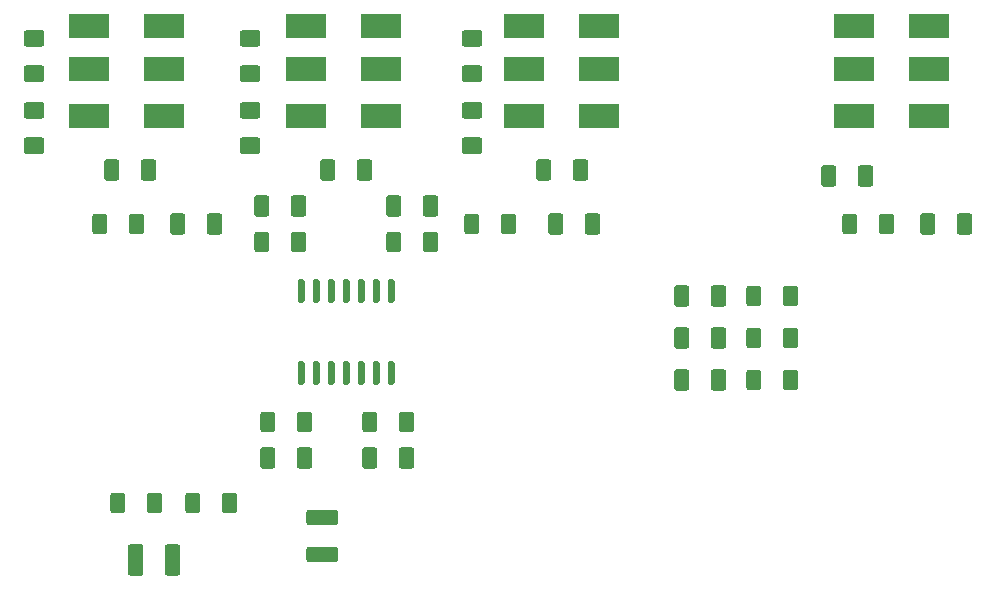
<source format=gbr>
%TF.GenerationSoftware,KiCad,Pcbnew,5.1.7-a382d34a8~87~ubuntu20.04.1*%
%TF.CreationDate,2020-10-16T18:55:23+02:00*%
%TF.ProjectId,3Channel-PiezoAmp,33436861-6e6e-4656-9c2d-5069657a6f41,rev?*%
%TF.SameCoordinates,Original*%
%TF.FileFunction,Paste,Bot*%
%TF.FilePolarity,Positive*%
%FSLAX46Y46*%
G04 Gerber Fmt 4.6, Leading zero omitted, Abs format (unit mm)*
G04 Created by KiCad (PCBNEW 5.1.7-a382d34a8~87~ubuntu20.04.1) date 2020-10-16 18:55:23*
%MOMM*%
%LPD*%
G01*
G04 APERTURE LIST*
%ADD10R,3.500000X2.000000*%
G04 APERTURE END LIST*
%TO.C,C1*%
G36*
G01*
X53456000Y-99991999D02*
X53456000Y-102192001D01*
G75*
G02*
X53206001Y-102442000I-249999J0D01*
G01*
X52380999Y-102442000D01*
G75*
G02*
X52131000Y-102192001I0J249999D01*
G01*
X52131000Y-99991999D01*
G75*
G02*
X52380999Y-99742000I249999J0D01*
G01*
X53206001Y-99742000D01*
G75*
G02*
X53456000Y-99991999I0J-249999D01*
G01*
G37*
G36*
G01*
X56581000Y-99991999D02*
X56581000Y-102192001D01*
G75*
G02*
X56331001Y-102442000I-249999J0D01*
G01*
X55505999Y-102442000D01*
G75*
G02*
X55256000Y-102192001I0J249999D01*
G01*
X55256000Y-99991999D01*
G75*
G02*
X55505999Y-99742000I249999J0D01*
G01*
X56331001Y-99742000D01*
G75*
G02*
X56581000Y-99991999I0J-249999D01*
G01*
G37*
%TD*%
%TO.C,C14*%
G36*
G01*
X67479999Y-99960000D02*
X69680001Y-99960000D01*
G75*
G02*
X69930000Y-100209999I0J-249999D01*
G01*
X69930000Y-101035001D01*
G75*
G02*
X69680001Y-101285000I-249999J0D01*
G01*
X67479999Y-101285000D01*
G75*
G02*
X67230000Y-101035001I0J249999D01*
G01*
X67230000Y-100209999D01*
G75*
G02*
X67479999Y-99960000I249999J0D01*
G01*
G37*
G36*
G01*
X67479999Y-96835000D02*
X69680001Y-96835000D01*
G75*
G02*
X69930000Y-97084999I0J-249999D01*
G01*
X69930000Y-97910001D01*
G75*
G02*
X69680001Y-98160000I-249999J0D01*
G01*
X67479999Y-98160000D01*
G75*
G02*
X67230000Y-97910001I0J249999D01*
G01*
X67230000Y-97084999D01*
G75*
G02*
X67479999Y-96835000I249999J0D01*
G01*
G37*
%TD*%
%TO.C,D1*%
G36*
G01*
X44821000Y-63741000D02*
X43571000Y-63741000D01*
G75*
G02*
X43321000Y-63491000I0J250000D01*
G01*
X43321000Y-62566000D01*
G75*
G02*
X43571000Y-62316000I250000J0D01*
G01*
X44821000Y-62316000D01*
G75*
G02*
X45071000Y-62566000I0J-250000D01*
G01*
X45071000Y-63491000D01*
G75*
G02*
X44821000Y-63741000I-250000J0D01*
G01*
G37*
G36*
G01*
X44821000Y-66716000D02*
X43571000Y-66716000D01*
G75*
G02*
X43321000Y-66466000I0J250000D01*
G01*
X43321000Y-65541000D01*
G75*
G02*
X43571000Y-65291000I250000J0D01*
G01*
X44821000Y-65291000D01*
G75*
G02*
X45071000Y-65541000I0J-250000D01*
G01*
X45071000Y-66466000D01*
G75*
G02*
X44821000Y-66716000I-250000J0D01*
G01*
G37*
%TD*%
%TO.C,D2*%
G36*
G01*
X44821000Y-60620000D02*
X43571000Y-60620000D01*
G75*
G02*
X43321000Y-60370000I0J250000D01*
G01*
X43321000Y-59445000D01*
G75*
G02*
X43571000Y-59195000I250000J0D01*
G01*
X44821000Y-59195000D01*
G75*
G02*
X45071000Y-59445000I0J-250000D01*
G01*
X45071000Y-60370000D01*
G75*
G02*
X44821000Y-60620000I-250000J0D01*
G01*
G37*
G36*
G01*
X44821000Y-57645000D02*
X43571000Y-57645000D01*
G75*
G02*
X43321000Y-57395000I0J250000D01*
G01*
X43321000Y-56470000D01*
G75*
G02*
X43571000Y-56220000I250000J0D01*
G01*
X44821000Y-56220000D01*
G75*
G02*
X45071000Y-56470000I0J-250000D01*
G01*
X45071000Y-57395000D01*
G75*
G02*
X44821000Y-57645000I-250000J0D01*
G01*
G37*
%TD*%
%TO.C,D3*%
G36*
G01*
X63109000Y-63741000D02*
X61859000Y-63741000D01*
G75*
G02*
X61609000Y-63491000I0J250000D01*
G01*
X61609000Y-62566000D01*
G75*
G02*
X61859000Y-62316000I250000J0D01*
G01*
X63109000Y-62316000D01*
G75*
G02*
X63359000Y-62566000I0J-250000D01*
G01*
X63359000Y-63491000D01*
G75*
G02*
X63109000Y-63741000I-250000J0D01*
G01*
G37*
G36*
G01*
X63109000Y-66716000D02*
X61859000Y-66716000D01*
G75*
G02*
X61609000Y-66466000I0J250000D01*
G01*
X61609000Y-65541000D01*
G75*
G02*
X61859000Y-65291000I250000J0D01*
G01*
X63109000Y-65291000D01*
G75*
G02*
X63359000Y-65541000I0J-250000D01*
G01*
X63359000Y-66466000D01*
G75*
G02*
X63109000Y-66716000I-250000J0D01*
G01*
G37*
%TD*%
%TO.C,D4*%
G36*
G01*
X63109000Y-60620000D02*
X61859000Y-60620000D01*
G75*
G02*
X61609000Y-60370000I0J250000D01*
G01*
X61609000Y-59445000D01*
G75*
G02*
X61859000Y-59195000I250000J0D01*
G01*
X63109000Y-59195000D01*
G75*
G02*
X63359000Y-59445000I0J-250000D01*
G01*
X63359000Y-60370000D01*
G75*
G02*
X63109000Y-60620000I-250000J0D01*
G01*
G37*
G36*
G01*
X63109000Y-57645000D02*
X61859000Y-57645000D01*
G75*
G02*
X61609000Y-57395000I0J250000D01*
G01*
X61609000Y-56470000D01*
G75*
G02*
X61859000Y-56220000I250000J0D01*
G01*
X63109000Y-56220000D01*
G75*
G02*
X63359000Y-56470000I0J-250000D01*
G01*
X63359000Y-57395000D01*
G75*
G02*
X63109000Y-57645000I-250000J0D01*
G01*
G37*
%TD*%
%TO.C,D5*%
G36*
G01*
X81905000Y-66716000D02*
X80655000Y-66716000D01*
G75*
G02*
X80405000Y-66466000I0J250000D01*
G01*
X80405000Y-65541000D01*
G75*
G02*
X80655000Y-65291000I250000J0D01*
G01*
X81905000Y-65291000D01*
G75*
G02*
X82155000Y-65541000I0J-250000D01*
G01*
X82155000Y-66466000D01*
G75*
G02*
X81905000Y-66716000I-250000J0D01*
G01*
G37*
G36*
G01*
X81905000Y-63741000D02*
X80655000Y-63741000D01*
G75*
G02*
X80405000Y-63491000I0J250000D01*
G01*
X80405000Y-62566000D01*
G75*
G02*
X80655000Y-62316000I250000J0D01*
G01*
X81905000Y-62316000D01*
G75*
G02*
X82155000Y-62566000I0J-250000D01*
G01*
X82155000Y-63491000D01*
G75*
G02*
X81905000Y-63741000I-250000J0D01*
G01*
G37*
%TD*%
%TO.C,D6*%
G36*
G01*
X81905000Y-57645000D02*
X80655000Y-57645000D01*
G75*
G02*
X80405000Y-57395000I0J250000D01*
G01*
X80405000Y-56470000D01*
G75*
G02*
X80655000Y-56220000I250000J0D01*
G01*
X81905000Y-56220000D01*
G75*
G02*
X82155000Y-56470000I0J-250000D01*
G01*
X82155000Y-57395000D01*
G75*
G02*
X81905000Y-57645000I-250000J0D01*
G01*
G37*
G36*
G01*
X81905000Y-60620000D02*
X80655000Y-60620000D01*
G75*
G02*
X80405000Y-60370000I0J250000D01*
G01*
X80405000Y-59445000D01*
G75*
G02*
X80655000Y-59195000I250000J0D01*
G01*
X81905000Y-59195000D01*
G75*
G02*
X82155000Y-59445000I0J-250000D01*
G01*
X82155000Y-60370000D01*
G75*
G02*
X81905000Y-60620000I-250000J0D01*
G01*
G37*
%TD*%
%TO.C,R1*%
G36*
G01*
X58282000Y-95641000D02*
X58282000Y-96891000D01*
G75*
G02*
X58032000Y-97141000I-250000J0D01*
G01*
X57232000Y-97141000D01*
G75*
G02*
X56982000Y-96891000I0J250000D01*
G01*
X56982000Y-95641000D01*
G75*
G02*
X57232000Y-95391000I250000J0D01*
G01*
X58032000Y-95391000D01*
G75*
G02*
X58282000Y-95641000I0J-250000D01*
G01*
G37*
G36*
G01*
X61382000Y-95641000D02*
X61382000Y-96891000D01*
G75*
G02*
X61132000Y-97141000I-250000J0D01*
G01*
X60332000Y-97141000D01*
G75*
G02*
X60082000Y-96891000I0J250000D01*
G01*
X60082000Y-95641000D01*
G75*
G02*
X60332000Y-95391000I250000J0D01*
G01*
X61132000Y-95391000D01*
G75*
G02*
X61382000Y-95641000I0J-250000D01*
G01*
G37*
%TD*%
%TO.C,R2*%
G36*
G01*
X55032000Y-95641000D02*
X55032000Y-96891000D01*
G75*
G02*
X54782000Y-97141000I-250000J0D01*
G01*
X53982000Y-97141000D01*
G75*
G02*
X53732000Y-96891000I0J250000D01*
G01*
X53732000Y-95641000D01*
G75*
G02*
X53982000Y-95391000I250000J0D01*
G01*
X54782000Y-95391000D01*
G75*
G02*
X55032000Y-95641000I0J-250000D01*
G01*
G37*
G36*
G01*
X51932000Y-95641000D02*
X51932000Y-96891000D01*
G75*
G02*
X51682000Y-97141000I-250000J0D01*
G01*
X50882000Y-97141000D01*
G75*
G02*
X50632000Y-96891000I0J250000D01*
G01*
X50632000Y-95641000D01*
G75*
G02*
X50882000Y-95391000I250000J0D01*
G01*
X51682000Y-95391000D01*
G75*
G02*
X51932000Y-95641000I0J-250000D01*
G01*
G37*
%TD*%
%TO.C,R3*%
G36*
G01*
X66432000Y-90033000D02*
X66432000Y-88783000D01*
G75*
G02*
X66682000Y-88533000I250000J0D01*
G01*
X67482000Y-88533000D01*
G75*
G02*
X67732000Y-88783000I0J-250000D01*
G01*
X67732000Y-90033000D01*
G75*
G02*
X67482000Y-90283000I-250000J0D01*
G01*
X66682000Y-90283000D01*
G75*
G02*
X66432000Y-90033000I0J250000D01*
G01*
G37*
G36*
G01*
X63332000Y-90033000D02*
X63332000Y-88783000D01*
G75*
G02*
X63582000Y-88533000I250000J0D01*
G01*
X64382000Y-88533000D01*
G75*
G02*
X64632000Y-88783000I0J-250000D01*
G01*
X64632000Y-90033000D01*
G75*
G02*
X64382000Y-90283000I-250000J0D01*
G01*
X63582000Y-90283000D01*
G75*
G02*
X63332000Y-90033000I0J250000D01*
G01*
G37*
%TD*%
%TO.C,R4*%
G36*
G01*
X76368000Y-88783000D02*
X76368000Y-90033000D01*
G75*
G02*
X76118000Y-90283000I-250000J0D01*
G01*
X75318000Y-90283000D01*
G75*
G02*
X75068000Y-90033000I0J250000D01*
G01*
X75068000Y-88783000D01*
G75*
G02*
X75318000Y-88533000I250000J0D01*
G01*
X76118000Y-88533000D01*
G75*
G02*
X76368000Y-88783000I0J-250000D01*
G01*
G37*
G36*
G01*
X73268000Y-88783000D02*
X73268000Y-90033000D01*
G75*
G02*
X73018000Y-90283000I-250000J0D01*
G01*
X72218000Y-90283000D01*
G75*
G02*
X71968000Y-90033000I0J250000D01*
G01*
X71968000Y-88783000D01*
G75*
G02*
X72218000Y-88533000I250000J0D01*
G01*
X73018000Y-88533000D01*
G75*
G02*
X73268000Y-88783000I0J-250000D01*
G01*
G37*
%TD*%
%TO.C,R5*%
G36*
G01*
X65924000Y-74793000D02*
X65924000Y-73543000D01*
G75*
G02*
X66174000Y-73293000I250000J0D01*
G01*
X66974000Y-73293000D01*
G75*
G02*
X67224000Y-73543000I0J-250000D01*
G01*
X67224000Y-74793000D01*
G75*
G02*
X66974000Y-75043000I-250000J0D01*
G01*
X66174000Y-75043000D01*
G75*
G02*
X65924000Y-74793000I0J250000D01*
G01*
G37*
G36*
G01*
X62824000Y-74793000D02*
X62824000Y-73543000D01*
G75*
G02*
X63074000Y-73293000I250000J0D01*
G01*
X63874000Y-73293000D01*
G75*
G02*
X64124000Y-73543000I0J-250000D01*
G01*
X64124000Y-74793000D01*
G75*
G02*
X63874000Y-75043000I-250000J0D01*
G01*
X63074000Y-75043000D01*
G75*
G02*
X62824000Y-74793000I0J250000D01*
G01*
G37*
%TD*%
%TO.C,R6*%
G36*
G01*
X53508000Y-72019000D02*
X53508000Y-73269000D01*
G75*
G02*
X53258000Y-73519000I-250000J0D01*
G01*
X52458000Y-73519000D01*
G75*
G02*
X52208000Y-73269000I0J250000D01*
G01*
X52208000Y-72019000D01*
G75*
G02*
X52458000Y-71769000I250000J0D01*
G01*
X53258000Y-71769000D01*
G75*
G02*
X53508000Y-72019000I0J-250000D01*
G01*
G37*
G36*
G01*
X50408000Y-72019000D02*
X50408000Y-73269000D01*
G75*
G02*
X50158000Y-73519000I-250000J0D01*
G01*
X49358000Y-73519000D01*
G75*
G02*
X49108000Y-73269000I0J250000D01*
G01*
X49108000Y-72019000D01*
G75*
G02*
X49358000Y-71769000I250000J0D01*
G01*
X50158000Y-71769000D01*
G75*
G02*
X50408000Y-72019000I0J-250000D01*
G01*
G37*
%TD*%
%TO.C,R7*%
G36*
G01*
X81904000Y-72019000D02*
X81904000Y-73269000D01*
G75*
G02*
X81654000Y-73519000I-250000J0D01*
G01*
X80854000Y-73519000D01*
G75*
G02*
X80604000Y-73269000I0J250000D01*
G01*
X80604000Y-72019000D01*
G75*
G02*
X80854000Y-71769000I250000J0D01*
G01*
X81654000Y-71769000D01*
G75*
G02*
X81904000Y-72019000I0J-250000D01*
G01*
G37*
G36*
G01*
X85004000Y-72019000D02*
X85004000Y-73269000D01*
G75*
G02*
X84754000Y-73519000I-250000J0D01*
G01*
X83954000Y-73519000D01*
G75*
G02*
X83704000Y-73269000I0J250000D01*
G01*
X83704000Y-72019000D01*
G75*
G02*
X83954000Y-71769000I250000J0D01*
G01*
X84754000Y-71769000D01*
G75*
G02*
X85004000Y-72019000I0J-250000D01*
G01*
G37*
%TD*%
%TO.C,R8*%
G36*
G01*
X113908000Y-72019000D02*
X113908000Y-73269000D01*
G75*
G02*
X113658000Y-73519000I-250000J0D01*
G01*
X112858000Y-73519000D01*
G75*
G02*
X112608000Y-73269000I0J250000D01*
G01*
X112608000Y-72019000D01*
G75*
G02*
X112858000Y-71769000I250000J0D01*
G01*
X113658000Y-71769000D01*
G75*
G02*
X113908000Y-72019000I0J-250000D01*
G01*
G37*
G36*
G01*
X117008000Y-72019000D02*
X117008000Y-73269000D01*
G75*
G02*
X116758000Y-73519000I-250000J0D01*
G01*
X115958000Y-73519000D01*
G75*
G02*
X115708000Y-73269000I0J250000D01*
G01*
X115708000Y-72019000D01*
G75*
G02*
X115958000Y-71769000I250000J0D01*
G01*
X116758000Y-71769000D01*
G75*
G02*
X117008000Y-72019000I0J-250000D01*
G01*
G37*
%TD*%
%TO.C,R9*%
G36*
G01*
X105780000Y-78115000D02*
X105780000Y-79365000D01*
G75*
G02*
X105530000Y-79615000I-250000J0D01*
G01*
X104730000Y-79615000D01*
G75*
G02*
X104480000Y-79365000I0J250000D01*
G01*
X104480000Y-78115000D01*
G75*
G02*
X104730000Y-77865000I250000J0D01*
G01*
X105530000Y-77865000D01*
G75*
G02*
X105780000Y-78115000I0J-250000D01*
G01*
G37*
G36*
G01*
X108880000Y-78115000D02*
X108880000Y-79365000D01*
G75*
G02*
X108630000Y-79615000I-250000J0D01*
G01*
X107830000Y-79615000D01*
G75*
G02*
X107580000Y-79365000I0J250000D01*
G01*
X107580000Y-78115000D01*
G75*
G02*
X107830000Y-77865000I250000J0D01*
G01*
X108630000Y-77865000D01*
G75*
G02*
X108880000Y-78115000I0J-250000D01*
G01*
G37*
%TD*%
%TO.C,R10*%
G36*
G01*
X108880000Y-81671000D02*
X108880000Y-82921000D01*
G75*
G02*
X108630000Y-83171000I-250000J0D01*
G01*
X107830000Y-83171000D01*
G75*
G02*
X107580000Y-82921000I0J250000D01*
G01*
X107580000Y-81671000D01*
G75*
G02*
X107830000Y-81421000I250000J0D01*
G01*
X108630000Y-81421000D01*
G75*
G02*
X108880000Y-81671000I0J-250000D01*
G01*
G37*
G36*
G01*
X105780000Y-81671000D02*
X105780000Y-82921000D01*
G75*
G02*
X105530000Y-83171000I-250000J0D01*
G01*
X104730000Y-83171000D01*
G75*
G02*
X104480000Y-82921000I0J250000D01*
G01*
X104480000Y-81671000D01*
G75*
G02*
X104730000Y-81421000I250000J0D01*
G01*
X105530000Y-81421000D01*
G75*
G02*
X105780000Y-81671000I0J-250000D01*
G01*
G37*
%TD*%
%TO.C,R11*%
G36*
G01*
X108880000Y-85227000D02*
X108880000Y-86477000D01*
G75*
G02*
X108630000Y-86727000I-250000J0D01*
G01*
X107830000Y-86727000D01*
G75*
G02*
X107580000Y-86477000I0J250000D01*
G01*
X107580000Y-85227000D01*
G75*
G02*
X107830000Y-84977000I250000J0D01*
G01*
X108630000Y-84977000D01*
G75*
G02*
X108880000Y-85227000I0J-250000D01*
G01*
G37*
G36*
G01*
X105780000Y-85227000D02*
X105780000Y-86477000D01*
G75*
G02*
X105530000Y-86727000I-250000J0D01*
G01*
X104730000Y-86727000D01*
G75*
G02*
X104480000Y-86477000I0J250000D01*
G01*
X104480000Y-85227000D01*
G75*
G02*
X104730000Y-84977000I250000J0D01*
G01*
X105530000Y-84977000D01*
G75*
G02*
X105780000Y-85227000I0J-250000D01*
G01*
G37*
%TD*%
%TO.C,R12*%
G36*
G01*
X78400000Y-73543000D02*
X78400000Y-74793000D01*
G75*
G02*
X78150000Y-75043000I-250000J0D01*
G01*
X77350000Y-75043000D01*
G75*
G02*
X77100000Y-74793000I0J250000D01*
G01*
X77100000Y-73543000D01*
G75*
G02*
X77350000Y-73293000I250000J0D01*
G01*
X78150000Y-73293000D01*
G75*
G02*
X78400000Y-73543000I0J-250000D01*
G01*
G37*
G36*
G01*
X75300000Y-73543000D02*
X75300000Y-74793000D01*
G75*
G02*
X75050000Y-75043000I-250000J0D01*
G01*
X74250000Y-75043000D01*
G75*
G02*
X74000000Y-74793000I0J250000D01*
G01*
X74000000Y-73543000D01*
G75*
G02*
X74250000Y-73293000I250000J0D01*
G01*
X75050000Y-73293000D01*
G75*
G02*
X75300000Y-73543000I0J-250000D01*
G01*
G37*
%TD*%
%TO.C,U1*%
G36*
G01*
X66652000Y-77338000D02*
X66952000Y-77338000D01*
G75*
G02*
X67102000Y-77488000I0J-150000D01*
G01*
X67102000Y-79163000D01*
G75*
G02*
X66952000Y-79313000I-150000J0D01*
G01*
X66652000Y-79313000D01*
G75*
G02*
X66502000Y-79163000I0J150000D01*
G01*
X66502000Y-77488000D01*
G75*
G02*
X66652000Y-77338000I150000J0D01*
G01*
G37*
G36*
G01*
X67922000Y-77338000D02*
X68222000Y-77338000D01*
G75*
G02*
X68372000Y-77488000I0J-150000D01*
G01*
X68372000Y-79163000D01*
G75*
G02*
X68222000Y-79313000I-150000J0D01*
G01*
X67922000Y-79313000D01*
G75*
G02*
X67772000Y-79163000I0J150000D01*
G01*
X67772000Y-77488000D01*
G75*
G02*
X67922000Y-77338000I150000J0D01*
G01*
G37*
G36*
G01*
X69192000Y-77338000D02*
X69492000Y-77338000D01*
G75*
G02*
X69642000Y-77488000I0J-150000D01*
G01*
X69642000Y-79163000D01*
G75*
G02*
X69492000Y-79313000I-150000J0D01*
G01*
X69192000Y-79313000D01*
G75*
G02*
X69042000Y-79163000I0J150000D01*
G01*
X69042000Y-77488000D01*
G75*
G02*
X69192000Y-77338000I150000J0D01*
G01*
G37*
G36*
G01*
X70462000Y-77338000D02*
X70762000Y-77338000D01*
G75*
G02*
X70912000Y-77488000I0J-150000D01*
G01*
X70912000Y-79163000D01*
G75*
G02*
X70762000Y-79313000I-150000J0D01*
G01*
X70462000Y-79313000D01*
G75*
G02*
X70312000Y-79163000I0J150000D01*
G01*
X70312000Y-77488000D01*
G75*
G02*
X70462000Y-77338000I150000J0D01*
G01*
G37*
G36*
G01*
X71732000Y-77338000D02*
X72032000Y-77338000D01*
G75*
G02*
X72182000Y-77488000I0J-150000D01*
G01*
X72182000Y-79163000D01*
G75*
G02*
X72032000Y-79313000I-150000J0D01*
G01*
X71732000Y-79313000D01*
G75*
G02*
X71582000Y-79163000I0J150000D01*
G01*
X71582000Y-77488000D01*
G75*
G02*
X71732000Y-77338000I150000J0D01*
G01*
G37*
G36*
G01*
X73002000Y-77338000D02*
X73302000Y-77338000D01*
G75*
G02*
X73452000Y-77488000I0J-150000D01*
G01*
X73452000Y-79163000D01*
G75*
G02*
X73302000Y-79313000I-150000J0D01*
G01*
X73002000Y-79313000D01*
G75*
G02*
X72852000Y-79163000I0J150000D01*
G01*
X72852000Y-77488000D01*
G75*
G02*
X73002000Y-77338000I150000J0D01*
G01*
G37*
G36*
G01*
X74272000Y-77338000D02*
X74572000Y-77338000D01*
G75*
G02*
X74722000Y-77488000I0J-150000D01*
G01*
X74722000Y-79163000D01*
G75*
G02*
X74572000Y-79313000I-150000J0D01*
G01*
X74272000Y-79313000D01*
G75*
G02*
X74122000Y-79163000I0J150000D01*
G01*
X74122000Y-77488000D01*
G75*
G02*
X74272000Y-77338000I150000J0D01*
G01*
G37*
G36*
G01*
X74272000Y-84263000D02*
X74572000Y-84263000D01*
G75*
G02*
X74722000Y-84413000I0J-150000D01*
G01*
X74722000Y-86088000D01*
G75*
G02*
X74572000Y-86238000I-150000J0D01*
G01*
X74272000Y-86238000D01*
G75*
G02*
X74122000Y-86088000I0J150000D01*
G01*
X74122000Y-84413000D01*
G75*
G02*
X74272000Y-84263000I150000J0D01*
G01*
G37*
G36*
G01*
X73002000Y-84263000D02*
X73302000Y-84263000D01*
G75*
G02*
X73452000Y-84413000I0J-150000D01*
G01*
X73452000Y-86088000D01*
G75*
G02*
X73302000Y-86238000I-150000J0D01*
G01*
X73002000Y-86238000D01*
G75*
G02*
X72852000Y-86088000I0J150000D01*
G01*
X72852000Y-84413000D01*
G75*
G02*
X73002000Y-84263000I150000J0D01*
G01*
G37*
G36*
G01*
X71732000Y-84263000D02*
X72032000Y-84263000D01*
G75*
G02*
X72182000Y-84413000I0J-150000D01*
G01*
X72182000Y-86088000D01*
G75*
G02*
X72032000Y-86238000I-150000J0D01*
G01*
X71732000Y-86238000D01*
G75*
G02*
X71582000Y-86088000I0J150000D01*
G01*
X71582000Y-84413000D01*
G75*
G02*
X71732000Y-84263000I150000J0D01*
G01*
G37*
G36*
G01*
X70462000Y-84263000D02*
X70762000Y-84263000D01*
G75*
G02*
X70912000Y-84413000I0J-150000D01*
G01*
X70912000Y-86088000D01*
G75*
G02*
X70762000Y-86238000I-150000J0D01*
G01*
X70462000Y-86238000D01*
G75*
G02*
X70312000Y-86088000I0J150000D01*
G01*
X70312000Y-84413000D01*
G75*
G02*
X70462000Y-84263000I150000J0D01*
G01*
G37*
G36*
G01*
X69192000Y-84263000D02*
X69492000Y-84263000D01*
G75*
G02*
X69642000Y-84413000I0J-150000D01*
G01*
X69642000Y-86088000D01*
G75*
G02*
X69492000Y-86238000I-150000J0D01*
G01*
X69192000Y-86238000D01*
G75*
G02*
X69042000Y-86088000I0J150000D01*
G01*
X69042000Y-84413000D01*
G75*
G02*
X69192000Y-84263000I150000J0D01*
G01*
G37*
G36*
G01*
X67922000Y-84263000D02*
X68222000Y-84263000D01*
G75*
G02*
X68372000Y-84413000I0J-150000D01*
G01*
X68372000Y-86088000D01*
G75*
G02*
X68222000Y-86238000I-150000J0D01*
G01*
X67922000Y-86238000D01*
G75*
G02*
X67772000Y-86088000I0J150000D01*
G01*
X67772000Y-84413000D01*
G75*
G02*
X67922000Y-84263000I150000J0D01*
G01*
G37*
G36*
G01*
X66652000Y-84263000D02*
X66952000Y-84263000D01*
G75*
G02*
X67102000Y-84413000I0J-150000D01*
G01*
X67102000Y-86088000D01*
G75*
G02*
X66952000Y-86238000I-150000J0D01*
G01*
X66652000Y-86238000D01*
G75*
G02*
X66502000Y-86088000I0J150000D01*
G01*
X66502000Y-84413000D01*
G75*
G02*
X66652000Y-84263000I150000J0D01*
G01*
G37*
%TD*%
%TO.C,C2*%
G36*
G01*
X54549000Y-67421999D02*
X54549000Y-68722001D01*
G75*
G02*
X54299001Y-68972000I-249999J0D01*
G01*
X53473999Y-68972000D01*
G75*
G02*
X53224000Y-68722001I0J249999D01*
G01*
X53224000Y-67421999D01*
G75*
G02*
X53473999Y-67172000I249999J0D01*
G01*
X54299001Y-67172000D01*
G75*
G02*
X54549000Y-67421999I0J-249999D01*
G01*
G37*
G36*
G01*
X51424000Y-67421999D02*
X51424000Y-68722001D01*
G75*
G02*
X51174001Y-68972000I-249999J0D01*
G01*
X50348999Y-68972000D01*
G75*
G02*
X50099000Y-68722001I0J249999D01*
G01*
X50099000Y-67421999D01*
G75*
G02*
X50348999Y-67172000I249999J0D01*
G01*
X51174001Y-67172000D01*
G75*
G02*
X51424000Y-67421999I0J-249999D01*
G01*
G37*
%TD*%
%TO.C,C3*%
G36*
G01*
X72837000Y-67421999D02*
X72837000Y-68722001D01*
G75*
G02*
X72587001Y-68972000I-249999J0D01*
G01*
X71761999Y-68972000D01*
G75*
G02*
X71512000Y-68722001I0J249999D01*
G01*
X71512000Y-67421999D01*
G75*
G02*
X71761999Y-67172000I249999J0D01*
G01*
X72587001Y-67172000D01*
G75*
G02*
X72837000Y-67421999I0J-249999D01*
G01*
G37*
G36*
G01*
X69712000Y-67421999D02*
X69712000Y-68722001D01*
G75*
G02*
X69462001Y-68972000I-249999J0D01*
G01*
X68636999Y-68972000D01*
G75*
G02*
X68387000Y-68722001I0J249999D01*
G01*
X68387000Y-67421999D01*
G75*
G02*
X68636999Y-67172000I249999J0D01*
G01*
X69462001Y-67172000D01*
G75*
G02*
X69712000Y-67421999I0J-249999D01*
G01*
G37*
%TD*%
%TO.C,C4*%
G36*
G01*
X86675000Y-68722001D02*
X86675000Y-67421999D01*
G75*
G02*
X86924999Y-67172000I249999J0D01*
G01*
X87750001Y-67172000D01*
G75*
G02*
X88000000Y-67421999I0J-249999D01*
G01*
X88000000Y-68722001D01*
G75*
G02*
X87750001Y-68972000I-249999J0D01*
G01*
X86924999Y-68972000D01*
G75*
G02*
X86675000Y-68722001I0J249999D01*
G01*
G37*
G36*
G01*
X89800000Y-68722001D02*
X89800000Y-67421999D01*
G75*
G02*
X90049999Y-67172000I249999J0D01*
G01*
X90875001Y-67172000D01*
G75*
G02*
X91125000Y-67421999I0J-249999D01*
G01*
X91125000Y-68722001D01*
G75*
G02*
X90875001Y-68972000I-249999J0D01*
G01*
X90049999Y-68972000D01*
G75*
G02*
X89800000Y-68722001I0J249999D01*
G01*
G37*
%TD*%
%TO.C,C5*%
G36*
G01*
X66432000Y-93106001D02*
X66432000Y-91805999D01*
G75*
G02*
X66681999Y-91556000I249999J0D01*
G01*
X67507001Y-91556000D01*
G75*
G02*
X67757000Y-91805999I0J-249999D01*
G01*
X67757000Y-93106001D01*
G75*
G02*
X67507001Y-93356000I-249999J0D01*
G01*
X66681999Y-93356000D01*
G75*
G02*
X66432000Y-93106001I0J249999D01*
G01*
G37*
G36*
G01*
X63307000Y-93106001D02*
X63307000Y-91805999D01*
G75*
G02*
X63556999Y-91556000I249999J0D01*
G01*
X64382001Y-91556000D01*
G75*
G02*
X64632000Y-91805999I0J-249999D01*
G01*
X64632000Y-93106001D01*
G75*
G02*
X64382001Y-93356000I-249999J0D01*
G01*
X63556999Y-93356000D01*
G75*
G02*
X63307000Y-93106001I0J249999D01*
G01*
G37*
%TD*%
%TO.C,C6*%
G36*
G01*
X76393000Y-91805999D02*
X76393000Y-93106001D01*
G75*
G02*
X76143001Y-93356000I-249999J0D01*
G01*
X75317999Y-93356000D01*
G75*
G02*
X75068000Y-93106001I0J249999D01*
G01*
X75068000Y-91805999D01*
G75*
G02*
X75317999Y-91556000I249999J0D01*
G01*
X76143001Y-91556000D01*
G75*
G02*
X76393000Y-91805999I0J-249999D01*
G01*
G37*
G36*
G01*
X73268000Y-91805999D02*
X73268000Y-93106001D01*
G75*
G02*
X73018001Y-93356000I-249999J0D01*
G01*
X72192999Y-93356000D01*
G75*
G02*
X71943000Y-93106001I0J249999D01*
G01*
X71943000Y-91805999D01*
G75*
G02*
X72192999Y-91556000I249999J0D01*
G01*
X73018001Y-91556000D01*
G75*
G02*
X73268000Y-91805999I0J-249999D01*
G01*
G37*
%TD*%
%TO.C,C7*%
G36*
G01*
X65924000Y-71770001D02*
X65924000Y-70469999D01*
G75*
G02*
X66173999Y-70220000I249999J0D01*
G01*
X66999001Y-70220000D01*
G75*
G02*
X67249000Y-70469999I0J-249999D01*
G01*
X67249000Y-71770001D01*
G75*
G02*
X66999001Y-72020000I-249999J0D01*
G01*
X66173999Y-72020000D01*
G75*
G02*
X65924000Y-71770001I0J249999D01*
G01*
G37*
G36*
G01*
X62799000Y-71770001D02*
X62799000Y-70469999D01*
G75*
G02*
X63048999Y-70220000I249999J0D01*
G01*
X63874001Y-70220000D01*
G75*
G02*
X64124000Y-70469999I0J-249999D01*
G01*
X64124000Y-71770001D01*
G75*
G02*
X63874001Y-72020000I-249999J0D01*
G01*
X63048999Y-72020000D01*
G75*
G02*
X62799000Y-71770001I0J249999D01*
G01*
G37*
%TD*%
%TO.C,C8*%
G36*
G01*
X55687000Y-73294001D02*
X55687000Y-71993999D01*
G75*
G02*
X55936999Y-71744000I249999J0D01*
G01*
X56762001Y-71744000D01*
G75*
G02*
X57012000Y-71993999I0J-249999D01*
G01*
X57012000Y-73294001D01*
G75*
G02*
X56762001Y-73544000I-249999J0D01*
G01*
X55936999Y-73544000D01*
G75*
G02*
X55687000Y-73294001I0J249999D01*
G01*
G37*
G36*
G01*
X58812000Y-73294001D02*
X58812000Y-71993999D01*
G75*
G02*
X59061999Y-71744000I249999J0D01*
G01*
X59887001Y-71744000D01*
G75*
G02*
X60137000Y-71993999I0J-249999D01*
G01*
X60137000Y-73294001D01*
G75*
G02*
X59887001Y-73544000I-249999J0D01*
G01*
X59061999Y-73544000D01*
G75*
G02*
X58812000Y-73294001I0J249999D01*
G01*
G37*
%TD*%
%TO.C,C9*%
G36*
G01*
X87691000Y-73294001D02*
X87691000Y-71993999D01*
G75*
G02*
X87940999Y-71744000I249999J0D01*
G01*
X88766001Y-71744000D01*
G75*
G02*
X89016000Y-71993999I0J-249999D01*
G01*
X89016000Y-73294001D01*
G75*
G02*
X88766001Y-73544000I-249999J0D01*
G01*
X87940999Y-73544000D01*
G75*
G02*
X87691000Y-73294001I0J249999D01*
G01*
G37*
G36*
G01*
X90816000Y-73294001D02*
X90816000Y-71993999D01*
G75*
G02*
X91065999Y-71744000I249999J0D01*
G01*
X91891001Y-71744000D01*
G75*
G02*
X92141000Y-71993999I0J-249999D01*
G01*
X92141000Y-73294001D01*
G75*
G02*
X91891001Y-73544000I-249999J0D01*
G01*
X91065999Y-73544000D01*
G75*
G02*
X90816000Y-73294001I0J249999D01*
G01*
G37*
%TD*%
%TO.C,C10*%
G36*
G01*
X122312000Y-73294001D02*
X122312000Y-71993999D01*
G75*
G02*
X122561999Y-71744000I249999J0D01*
G01*
X123387001Y-71744000D01*
G75*
G02*
X123637000Y-71993999I0J-249999D01*
G01*
X123637000Y-73294001D01*
G75*
G02*
X123387001Y-73544000I-249999J0D01*
G01*
X122561999Y-73544000D01*
G75*
G02*
X122312000Y-73294001I0J249999D01*
G01*
G37*
G36*
G01*
X119187000Y-73294001D02*
X119187000Y-71993999D01*
G75*
G02*
X119436999Y-71744000I249999J0D01*
G01*
X120262001Y-71744000D01*
G75*
G02*
X120512000Y-71993999I0J-249999D01*
G01*
X120512000Y-73294001D01*
G75*
G02*
X120262001Y-73544000I-249999J0D01*
G01*
X119436999Y-73544000D01*
G75*
G02*
X119187000Y-73294001I0J249999D01*
G01*
G37*
%TD*%
%TO.C,C11*%
G36*
G01*
X101484000Y-79390001D02*
X101484000Y-78089999D01*
G75*
G02*
X101733999Y-77840000I249999J0D01*
G01*
X102559001Y-77840000D01*
G75*
G02*
X102809000Y-78089999I0J-249999D01*
G01*
X102809000Y-79390001D01*
G75*
G02*
X102559001Y-79640000I-249999J0D01*
G01*
X101733999Y-79640000D01*
G75*
G02*
X101484000Y-79390001I0J249999D01*
G01*
G37*
G36*
G01*
X98359000Y-79390001D02*
X98359000Y-78089999D01*
G75*
G02*
X98608999Y-77840000I249999J0D01*
G01*
X99434001Y-77840000D01*
G75*
G02*
X99684000Y-78089999I0J-249999D01*
G01*
X99684000Y-79390001D01*
G75*
G02*
X99434001Y-79640000I-249999J0D01*
G01*
X98608999Y-79640000D01*
G75*
G02*
X98359000Y-79390001I0J249999D01*
G01*
G37*
%TD*%
%TO.C,C12*%
G36*
G01*
X101484000Y-82946001D02*
X101484000Y-81645999D01*
G75*
G02*
X101733999Y-81396000I249999J0D01*
G01*
X102559001Y-81396000D01*
G75*
G02*
X102809000Y-81645999I0J-249999D01*
G01*
X102809000Y-82946001D01*
G75*
G02*
X102559001Y-83196000I-249999J0D01*
G01*
X101733999Y-83196000D01*
G75*
G02*
X101484000Y-82946001I0J249999D01*
G01*
G37*
G36*
G01*
X98359000Y-82946001D02*
X98359000Y-81645999D01*
G75*
G02*
X98608999Y-81396000I249999J0D01*
G01*
X99434001Y-81396000D01*
G75*
G02*
X99684000Y-81645999I0J-249999D01*
G01*
X99684000Y-82946001D01*
G75*
G02*
X99434001Y-83196000I-249999J0D01*
G01*
X98608999Y-83196000D01*
G75*
G02*
X98359000Y-82946001I0J249999D01*
G01*
G37*
%TD*%
%TO.C,C13*%
G36*
G01*
X101484000Y-86502001D02*
X101484000Y-85201999D01*
G75*
G02*
X101733999Y-84952000I249999J0D01*
G01*
X102559001Y-84952000D01*
G75*
G02*
X102809000Y-85201999I0J-249999D01*
G01*
X102809000Y-86502001D01*
G75*
G02*
X102559001Y-86752000I-249999J0D01*
G01*
X101733999Y-86752000D01*
G75*
G02*
X101484000Y-86502001I0J249999D01*
G01*
G37*
G36*
G01*
X98359000Y-86502001D02*
X98359000Y-85201999D01*
G75*
G02*
X98608999Y-84952000I249999J0D01*
G01*
X99434001Y-84952000D01*
G75*
G02*
X99684000Y-85201999I0J-249999D01*
G01*
X99684000Y-86502001D01*
G75*
G02*
X99434001Y-86752000I-249999J0D01*
G01*
X98608999Y-86752000D01*
G75*
G02*
X98359000Y-86502001I0J249999D01*
G01*
G37*
%TD*%
%TO.C,C15*%
G36*
G01*
X75300000Y-70469999D02*
X75300000Y-71770001D01*
G75*
G02*
X75050001Y-72020000I-249999J0D01*
G01*
X74224999Y-72020000D01*
G75*
G02*
X73975000Y-71770001I0J249999D01*
G01*
X73975000Y-70469999D01*
G75*
G02*
X74224999Y-70220000I249999J0D01*
G01*
X75050001Y-70220000D01*
G75*
G02*
X75300000Y-70469999I0J-249999D01*
G01*
G37*
G36*
G01*
X78425000Y-70469999D02*
X78425000Y-71770001D01*
G75*
G02*
X78175001Y-72020000I-249999J0D01*
G01*
X77349999Y-72020000D01*
G75*
G02*
X77100000Y-71770001I0J249999D01*
G01*
X77100000Y-70469999D01*
G75*
G02*
X77349999Y-70220000I249999J0D01*
G01*
X78175001Y-70220000D01*
G75*
G02*
X78425000Y-70469999I0J-249999D01*
G01*
G37*
%TD*%
%TO.C,C17*%
G36*
G01*
X110805000Y-69230001D02*
X110805000Y-67929999D01*
G75*
G02*
X111054999Y-67680000I249999J0D01*
G01*
X111880001Y-67680000D01*
G75*
G02*
X112130000Y-67929999I0J-249999D01*
G01*
X112130000Y-69230001D01*
G75*
G02*
X111880001Y-69480000I-249999J0D01*
G01*
X111054999Y-69480000D01*
G75*
G02*
X110805000Y-69230001I0J249999D01*
G01*
G37*
G36*
G01*
X113930000Y-69230001D02*
X113930000Y-67929999D01*
G75*
G02*
X114179999Y-67680000I249999J0D01*
G01*
X115005001Y-67680000D01*
G75*
G02*
X115255000Y-67929999I0J-249999D01*
G01*
X115255000Y-69230001D01*
G75*
G02*
X115005001Y-69480000I-249999J0D01*
G01*
X114179999Y-69480000D01*
G75*
G02*
X113930000Y-69230001I0J249999D01*
G01*
G37*
%TD*%
D10*
%TO.C,J1*%
X55170000Y-59515000D03*
X55170000Y-63515000D03*
X55170000Y-55880000D03*
X48820000Y-55880000D03*
X48820000Y-63515000D03*
X48820000Y-59515000D03*
%TD*%
%TO.C,J2*%
X67235000Y-59515000D03*
X67235000Y-63515000D03*
X67235000Y-55880000D03*
X73585000Y-55880000D03*
X73585000Y-63515000D03*
X73585000Y-59515000D03*
%TD*%
%TO.C,J3*%
X92000000Y-59515000D03*
X92000000Y-63515000D03*
X92000000Y-55880000D03*
X85650000Y-55880000D03*
X85650000Y-63515000D03*
X85650000Y-59515000D03*
%TD*%
%TO.C,J4*%
X113590000Y-59515000D03*
X113590000Y-63515000D03*
X113590000Y-55880000D03*
X119940000Y-55880000D03*
X119940000Y-63515000D03*
X119940000Y-59515000D03*
%TD*%
M02*

</source>
